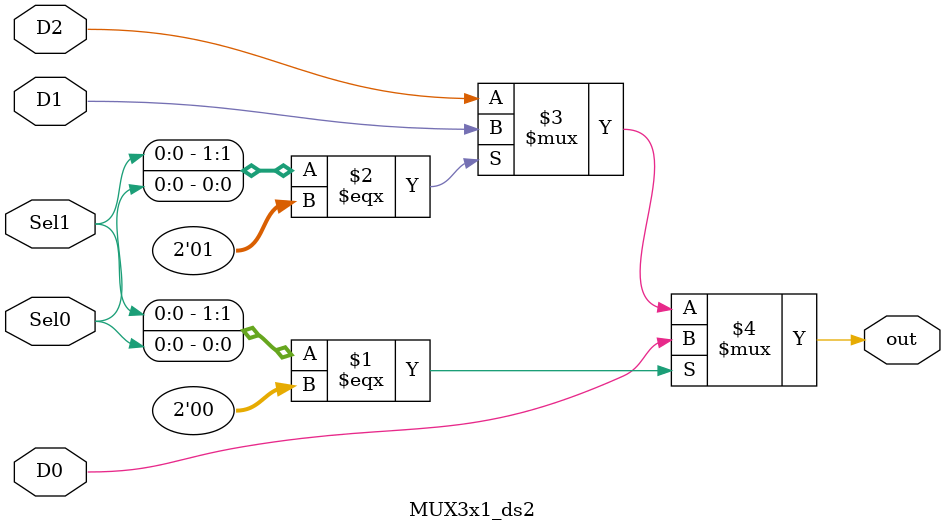
<source format=v>
module MUX3x1_ds2(D0, D1, D2, Sel0, Sel1, out);

input D0, D1, D2, Sel0, Sel1;
output out;

assign out = ({Sel1, Sel0} === 2'b00)? D0:
             ({Sel1, Sel0} === 2'b01)? D1: D2;

endmodule
</source>
